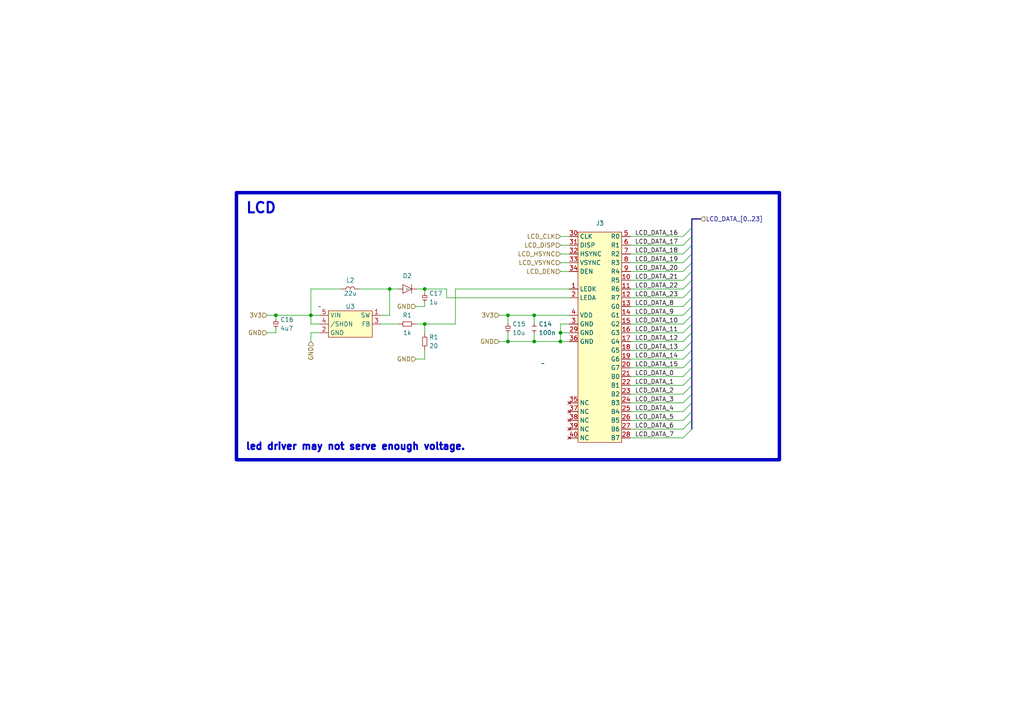
<source format=kicad_sch>
(kicad_sch (version 20230121) (generator eeschema)
  (paper "A4")
  (lib_symbols
    (symbol "a5d27_handheld_console:CAT4139"
      (property "Reference" "U" (at 0 5.08 0))
      (symbol "CAT4139_1_1"
        (rectangle (start -6.35 3.81) (end 6.35 -3.81) (fill (type background)))
        (pin power_out line (at 8.89 2.54 180) (length 2.54) (name "SW") (number "1"))
        (pin power_in line (at -8.89 -2.54 0) (length 2.54) (name "GND") (number "2"))
        (pin input line (at 8.89 0 180) (length 2.54) (name "FB") (number "3"))
        (pin input line (at -8.89 0 0) (length 2.54) (name "/SHDN") (number "4"))
        (pin power_in line (at -8.89 2.54 0) (length 2.54) (name "VIN") (number "5"))
      )
    )
    (symbol "a5d27_handheld_console:CMS06" (pin_numbers hide) (pin_names hide)
      (property "Reference" "D" (at 0 2.54 0))
      (symbol "CMS06_0_1"
        (polyline (pts (xy 1.27 1.27) (xy 1.27 -1.27)))
        (polyline (pts (xy -1.27 1.27) (xy -1.27 -1.27) (xy 1.27 0) (xy -1.27 1.27)))
      )
      (symbol "CMS06_1_1"
        (pin passive line (at -2.54 0 0) (length 1.27) (name "") (number "1"))
        (pin passive line (at 2.54 0 180) (length 1.27) (name "") (number "2"))
      )
    )
    (symbol "a5d27_handheld_console:C_Ceramic_2012" (pin_numbers hide) (pin_names (offset 0) hide)
      (property "Reference" "C" (at 0 1.27 0))
      (symbol "C_Ceramic_2012_0_1"
        (polyline (pts (xy -0.635 0.635) (xy -0.635 -0.635)))
        (polyline (pts (xy 0.635 0.635) (xy 0.635 -0.635)))
      )
      (symbol "C_Ceramic_2012_1_1"
        (pin passive line (at -1.27 0 0) (length 0.635) (name "") (number "1"))
        (pin passive line (at 1.27 0 180) (length 0.635) (name "") (number "2"))
      )
    )
    (symbol "a5d27_handheld_console:C_Tantalum_3216" (pin_numbers hide) (pin_names (offset 0) hide)
      (property "Reference" "C" (at 0 1.905 0))
      (symbol "C_Tantalum_3216_0_1"
        (polyline (pts (xy 0.635 0.635) (xy 0.635 -0.635)))
        (polyline (pts (xy -0.635 0.635) (xy -0.635 -0.635) (xy 0 -0.635) (xy 0 0.635) (xy -0.635 0.635)))
      )
      (symbol "C_Tantalum_3216_1_1"
        (pin passive line (at -1.27 0 0) (length 0.635) (name "") (number "1"))
        (pin passive line (at 1.27 0 180) (length 0.635) (name "") (number "2"))
      )
    )
    (symbol "a5d27_handheld_console:ER-TFT043A2-3"
      (property "Reference" "J" (at 0 31.75 0))
      (symbol "ER-TFT043A2-3_1_1"
        (rectangle (start -6.35 30.48) (end 6.35 -30.48) (fill (type background)))
        (pin power_in line (at -8.89 13.97 0) (length 2.54) (name "LEDK") (number "1"))
        (pin bidirectional line (at 8.89 16.51 180) (length 2.54) (name "R5") (number "10"))
        (pin bidirectional line (at 8.89 13.97 180) (length 2.54) (name "R6") (number "11"))
        (pin bidirectional line (at 8.89 11.43 180) (length 2.54) (name "R7") (number "12"))
        (pin bidirectional line (at 8.89 8.89 180) (length 2.54) (name "G0") (number "13"))
        (pin bidirectional line (at 8.89 6.35 180) (length 2.54) (name "G1") (number "14"))
        (pin bidirectional line (at 8.89 3.81 180) (length 2.54) (name "G2") (number "15"))
        (pin bidirectional line (at 8.89 1.27 180) (length 2.54) (name "G3") (number "16"))
        (pin bidirectional line (at 8.89 -1.27 180) (length 2.54) (name "G4") (number "17"))
        (pin bidirectional line (at 8.89 -3.81 180) (length 2.54) (name "G5") (number "18"))
        (pin bidirectional line (at 8.89 -6.35 180) (length 2.54) (name "G6") (number "19"))
        (pin power_in line (at -8.89 11.43 0) (length 2.54) (name "LEDA") (number "2"))
        (pin bidirectional line (at 8.89 -8.89 180) (length 2.54) (name "G7") (number "20"))
        (pin bidirectional line (at 8.89 -11.43 180) (length 2.54) (name "B0") (number "21"))
        (pin bidirectional line (at 8.89 -13.97 180) (length 2.54) (name "B1") (number "22"))
        (pin bidirectional line (at 8.89 -16.51 180) (length 2.54) (name "B2") (number "23"))
        (pin bidirectional line (at 8.89 -19.05 180) (length 2.54) (name "B3") (number "24"))
        (pin bidirectional line (at 8.89 -21.59 180) (length 2.54) (name "B4") (number "25"))
        (pin bidirectional line (at 8.89 -24.13 180) (length 2.54) (name "B5") (number "26"))
        (pin bidirectional line (at 8.89 -26.67 180) (length 2.54) (name "B6") (number "27"))
        (pin bidirectional line (at 8.89 -29.21 180) (length 2.54) (name "B7") (number "28"))
        (pin power_in line (at -8.89 1.27 0) (length 2.54) (name "GND") (number "29"))
        (pin power_in line (at -8.89 3.81 0) (length 2.54) (name "GND") (number "3"))
        (pin bidirectional line (at -8.89 29.21 0) (length 2.54) (name "CLK") (number "30"))
        (pin bidirectional line (at -8.89 26.67 0) (length 2.54) (name "DISP") (number "31"))
        (pin bidirectional line (at -8.89 24.13 0) (length 2.54) (name "HSYNC") (number "32"))
        (pin bidirectional line (at -8.89 21.59 0) (length 2.54) (name "VSYNC") (number "33"))
        (pin bidirectional line (at -8.89 19.05 0) (length 2.54) (name "DEN") (number "34"))
        (pin no_connect line (at -8.89 -19.05 0) (length 2.54) (name "NC") (number "35"))
        (pin power_in line (at -8.89 -1.27 0) (length 2.54) (name "GND") (number "36"))
        (pin no_connect line (at -8.89 -21.59 0) (length 2.54) (name "NC") (number "37"))
        (pin no_connect line (at -8.89 -24.13 0) (length 2.54) (name "NC") (number "38"))
        (pin no_connect line (at -8.89 -26.67 0) (length 2.54) (name "NC") (number "39"))
        (pin power_in line (at -8.89 6.35 0) (length 2.54) (name "VDD") (number "4"))
        (pin no_connect line (at -8.89 -29.21 0) (length 2.54) (name "NC") (number "40"))
        (pin bidirectional line (at 8.89 29.21 180) (length 2.54) (name "R0") (number "5"))
        (pin bidirectional line (at 8.89 26.67 180) (length 2.54) (name "R1") (number "6"))
        (pin bidirectional line (at 8.89 24.13 180) (length 2.54) (name "R2") (number "7"))
        (pin bidirectional line (at 8.89 21.59 180) (length 2.54) (name "R3") (number "8"))
        (pin bidirectional line (at 8.89 19.05 180) (length 2.54) (name "R4") (number "9"))
      )
    )
    (symbol "a5d27_handheld_console:NLCV25T-220K-PF" (pin_numbers hide) (pin_names hide)
      (property "Reference" "L" (at 0 2.54 0))
      (property "Value" "22u" (at 0 -2.54 0))
      (symbol "NLCV25T-220K-PF_0_1"
        (arc (start -0.635 0.635) (mid -1.084 0.449) (end -1.27 0))
        (arc (start 0 0) (mid -0.186 0.449) (end -0.635 0.635))
        (arc (start 0.635 0.635) (mid 0.186 0.449) (end 0 0))
        (arc (start 1.27 0) (mid 1.084 0.449) (end 0.635 0.635))
      )
      (symbol "NLCV25T-220K-PF_1_1"
        (pin passive line (at -2.54 0 0) (length 1.27) (name "") (number "1"))
        (pin passive line (at 2.54 0 180) (length 1.27) (name "") (number "2"))
      )
    )
    (symbol "a5d27_handheld_console:R_2012" (pin_numbers hide) (pin_names hide)
      (property "Reference" "R" (at 0 0.635 0))
      (symbol "R_2012_0_1"
        (polyline (pts (xy -1.27 -0.635) (xy -1.27 -1.905) (xy 1.27 -1.905) (xy 1.27 -0.635) (xy -1.27 -0.635)))
      )
      (symbol "R_2012_1_1"
        (pin passive line (at -2.54 -1.27 0) (length 1.27) (name "") (number "1"))
        (pin passive line (at 2.54 -1.27 180) (length 1.27) (name "") (number "2"))
      )
    )
  )
  (junction (at 123.19 93.98))
  (junction (at 147.32 99.06))
  (junction (at 80.01 91.44))
  (junction (at 123.19 83.82))
  (junction (at 113.03 83.82))
  (junction (at 154.94 91.44))
  (junction (at 90.17 91.44))
  (junction (at 147.32 91.44))
  (junction (at 162.56 99.06))
  (junction (at 154.94 99.06))
  (junction (at 162.56 96.52))
  (bus_entry (at 198.12 119.38) (size 2.54 -2.54))
  (bus_entry (at 198.12 88.9) (size 2.54 -2.54))
  (bus_entry (at 198.12 86.36) (size 2.54 -2.54))
  (bus_entry (at 198.12 111.76) (size 2.54 -2.54))
  (bus_entry (at 198.12 68.58) (size 2.54 -2.54))
  (bus_entry (at 198.12 71.12) (size 2.54 -2.54))
  (bus_entry (at 198.12 76.2) (size 2.54 -2.54))
  (bus_entry (at 198.12 114.3) (size 2.54 -2.54))
  (bus_entry (at 198.12 104.14) (size 2.54 -2.54))
  (bus_entry (at 198.12 78.74) (size 2.54 -2.54))
  (bus_entry (at 198.12 116.84) (size 2.54 -2.54))
  (bus_entry (at 198.12 106.68) (size 2.54 -2.54))
  (bus_entry (at 198.12 73.66) (size 2.54 -2.54))
  (bus_entry (at 198.12 93.98) (size 2.54 -2.54))
  (bus_entry (at 198.12 96.52) (size 2.54 -2.54))
  (bus_entry (at 198.12 83.82) (size 2.54 -2.54))
  (bus_entry (at 198.12 91.44) (size 2.54 -2.54))
  (bus_entry (at 198.12 81.28) (size 2.54 -2.54))
  (bus_entry (at 198.12 127) (size 2.54 -2.54))
  (bus_entry (at 198.12 109.22) (size 2.54 -2.54))
  (bus_entry (at 198.12 124.46) (size 2.54 -2.54))
  (bus_entry (at 198.12 101.6) (size 2.54 -2.54))
  (bus_entry (at 198.12 99.06) (size 2.54 -2.54))
  (bus_entry (at 198.12 121.92) (size 2.54 -2.54))
  (wire (pts (xy 80.01 91.44) (xy 90.17 91.44)))
  (wire (pts (xy 104.14 83.82) (xy 113.03 83.82)))
  (wire (pts (xy 90.17 96.52) (xy 92.71 96.52)))
  (wire (pts (xy 120.65 83.82) (xy 123.19 83.82)))
  (bus (pts (xy 200.66 81.28) (xy 200.66 83.82)))
  (wire (pts (xy 90.17 99.06) (xy 90.17 96.52)))
  (wire (pts (xy 90.17 93.98) (xy 92.71 93.98)))
  (wire (pts (xy 182.88 93.98) (xy 198.12 93.98)))
  (wire (pts (xy 77.47 96.52) (xy 80.01 96.52)))
  (wire (pts (xy 90.17 91.44) (xy 90.17 93.98)))
  (wire (pts (xy 110.49 93.98) (xy 115.57 93.98)))
  (wire (pts (xy 123.19 83.82) (xy 129.54 83.82)))
  (wire (pts (xy 182.88 88.9) (xy 198.12 88.9)))
  (wire (pts (xy 165.1 93.98) (xy 162.56 93.98)))
  (wire (pts (xy 129.54 83.82) (xy 129.54 86.36)))
  (wire (pts (xy 162.56 93.98) (xy 162.56 96.52)))
  (wire (pts (xy 182.88 86.36) (xy 198.12 86.36)))
  (wire (pts (xy 120.65 104.14) (xy 123.19 104.14)))
  (bus (pts (xy 200.66 121.92) (xy 200.66 124.46)))
  (wire (pts (xy 182.88 124.46) (xy 198.12 124.46)))
  (wire (pts (xy 162.56 96.52) (xy 162.56 99.06)))
  (wire (pts (xy 123.19 88.9) (xy 123.19 87.63)))
  (wire (pts (xy 182.88 91.44) (xy 198.12 91.44)))
  (bus (pts (xy 200.66 96.52) (xy 200.66 99.06)))
  (wire (pts (xy 162.56 96.52) (xy 165.1 96.52)))
  (bus (pts (xy 200.66 73.66) (xy 200.66 76.2)))
  (wire (pts (xy 110.49 91.44) (xy 113.03 91.44)))
  (wire (pts (xy 162.56 73.66) (xy 165.1 73.66)))
  (bus (pts (xy 200.66 68.58) (xy 200.66 71.12)))
  (wire (pts (xy 154.94 96.52) (xy 154.94 99.06)))
  (wire (pts (xy 113.03 83.82) (xy 115.57 83.82)))
  (wire (pts (xy 147.32 96.52) (xy 147.32 99.06)))
  (wire (pts (xy 182.88 68.58) (xy 198.12 68.58)))
  (wire (pts (xy 120.65 88.9) (xy 123.19 88.9)))
  (wire (pts (xy 182.88 104.14) (xy 198.12 104.14)))
  (bus (pts (xy 200.66 78.74) (xy 200.66 81.28)))
  (wire (pts (xy 182.88 114.3) (xy 198.12 114.3)))
  (wire (pts (xy 147.32 91.44) (xy 154.94 91.44)))
  (bus (pts (xy 200.66 104.14) (xy 200.66 106.68)))
  (wire (pts (xy 154.94 91.44) (xy 154.94 93.98)))
  (wire (pts (xy 182.88 119.38) (xy 198.12 119.38)))
  (wire (pts (xy 182.88 83.82) (xy 198.12 83.82)))
  (wire (pts (xy 182.88 81.28) (xy 198.12 81.28)))
  (wire (pts (xy 147.32 99.06) (xy 154.94 99.06)))
  (wire (pts (xy 144.78 91.44) (xy 147.32 91.44)))
  (wire (pts (xy 129.54 86.36) (xy 165.1 86.36)))
  (wire (pts (xy 120.65 93.98) (xy 123.19 93.98)))
  (bus (pts (xy 200.66 66.04) (xy 200.66 68.58)))
  (wire (pts (xy 123.19 93.98) (xy 132.08 93.98)))
  (wire (pts (xy 162.56 71.12) (xy 165.1 71.12)))
  (wire (pts (xy 123.19 104.14) (xy 123.19 101.6)))
  (wire (pts (xy 182.88 96.52) (xy 198.12 96.52)))
  (wire (pts (xy 123.19 93.98) (xy 123.19 96.52)))
  (wire (pts (xy 182.88 116.84) (xy 198.12 116.84)))
  (wire (pts (xy 182.88 109.22) (xy 198.12 109.22)))
  (bus (pts (xy 200.66 99.06) (xy 200.66 101.6)))
  (wire (pts (xy 77.47 91.44) (xy 80.01 91.44)))
  (bus (pts (xy 200.66 101.6) (xy 200.66 104.14)))
  (bus (pts (xy 200.66 66.04) (xy 200.66 63.5)))
  (wire (pts (xy 162.56 99.06) (xy 165.1 99.06)))
  (wire (pts (xy 182.88 76.2) (xy 198.12 76.2)))
  (wire (pts (xy 162.56 76.2) (xy 165.1 76.2)))
  (bus (pts (xy 200.66 91.44) (xy 200.66 93.98)))
  (bus (pts (xy 200.66 76.2) (xy 200.66 78.74)))
  (bus (pts (xy 200.66 116.84) (xy 200.66 119.38)))
  (bus (pts (xy 200.66 114.3) (xy 200.66 116.84)))
  (wire (pts (xy 154.94 99.06) (xy 162.56 99.06)))
  (wire (pts (xy 182.88 106.68) (xy 198.12 106.68)))
  (wire (pts (xy 90.17 83.82) (xy 99.06 83.82)))
  (wire (pts (xy 182.88 121.92) (xy 198.12 121.92)))
  (wire (pts (xy 132.08 83.82) (xy 165.1 83.82)))
  (wire (pts (xy 182.88 71.12) (xy 198.12 71.12)))
  (bus (pts (xy 200.66 83.82) (xy 200.66 86.36)))
  (wire (pts (xy 147.32 91.44) (xy 147.32 93.98)))
  (wire (pts (xy 90.17 91.44) (xy 90.17 83.82)))
  (wire (pts (xy 80.01 96.52) (xy 80.01 95.25)))
  (wire (pts (xy 162.56 78.74) (xy 165.1 78.74)))
  (bus (pts (xy 200.66 106.68) (xy 200.66 109.22)))
  (wire (pts (xy 182.88 78.74) (xy 198.12 78.74)))
  (wire (pts (xy 144.78 99.06) (xy 147.32 99.06)))
  (bus (pts (xy 200.66 93.98) (xy 200.66 96.52)))
  (wire (pts (xy 123.19 83.82) (xy 123.19 85.09)))
  (bus (pts (xy 200.66 109.22) (xy 200.66 111.76)))
  (wire (pts (xy 182.88 99.06) (xy 198.12 99.06)))
  (wire (pts (xy 182.88 73.66) (xy 198.12 73.66)))
  (wire (pts (xy 113.03 91.44) (xy 113.03 83.82)))
  (wire (pts (xy 182.88 101.6) (xy 198.12 101.6)))
  (wire (pts (xy 182.88 111.76) (xy 198.12 111.76)))
  (wire (pts (xy 80.01 91.44) (xy 80.01 92.71)))
  (bus (pts (xy 200.66 119.38) (xy 200.66 121.92)))
  (bus (pts (xy 200.66 86.36) (xy 200.66 88.9)))
  (wire (pts (xy 182.88 127) (xy 198.12 127)))
  (bus (pts (xy 200.66 71.12) (xy 200.66 73.66)))
  (bus (pts (xy 200.66 88.9) (xy 200.66 91.44)))
  (wire (pts (xy 154.94 91.44) (xy 165.1 91.44)))
  (bus (pts (xy 200.66 63.5) (xy 203.2 63.5)))
  (wire (pts (xy 132.08 93.98) (xy 132.08 83.82)))
  (wire (pts (xy 90.17 91.44) (xy 92.71 91.44)))
  (wire (pts (xy 162.56 68.58) (xy 165.1 68.58)))
  (bus (pts (xy 200.66 111.76) (xy 200.66 114.3)))
  (rectangle (start 68.58 55.88) (end 226.06 133.35) (stroke (width 1)))
  (text "led driver may not serve enough voltage." (at 71.12 130.81 0) (effects (font (size 2 2) (thickness 0.6) bold) (justify left bottom)))
  (text "LCD\n" (at 71.12 62.23 0) (effects (font (size 3 3) (thickness 0.6) bold) (justify left bottom)))
  (label "LCD_DATA_15" (at 184.15 106.68 0))
  (label "LCD_DATA_19" (at 184.15 76.2 0))
  (label "LCD_DATA_18" (at 184.15 73.66 0))
  (label "LCD_DATA_17" (at 184.15 71.12 0))
  (label "LCD_DATA_20" (at 184.15 78.74 0))
  (label "LCD_DATA_5" (at 184.15 121.92 0))
  (label "LCD_DATA_23" (at 184.15 86.36 0))
  (label "LCD_DATA_21" (at 184.15 81.28 0))
  (label "LCD_DATA_4" (at 184.15 119.38 0))
  (label "LCD_DATA_13" (at 184.15 101.6 0))
  (label "LCD_DATA_7" (at 184.15 127 0))
  (label "LCD_DATA_1" (at 184.15 111.76 0))
  (label "LCD_DATA_22" (at 184.15 83.82 0))
  (label "LCD_DATA_11" (at 184.15 96.52 0))
  (label "LCD_DATA_6" (at 184.15 124.46 0))
  (label "LCD_DATA_12" (at 184.15 99.06 0))
  (label "LCD_DATA_2" (at 184.15 114.3 0))
  (label "LCD_DATA_9" (at 184.15 91.44 0))
  (label "LCD_DATA_8" (at 184.15 88.9 0))
  (label "LCD_DATA_10" (at 184.15 93.98 0))
  (label "LCD_DATA_16" (at 184.15 68.58 0))
  (label "LCD_DATA_14" (at 184.15 104.14 0))
  (label "LCD_DATA_3" (at 184.15 116.84 0))
  (label "LCD_DATA_0" (at 184.15 109.22 0))
  (hierarchical_label "GND" (shape input) (at 120.65 104.14 180))
  (hierarchical_label "LCD_VSYNC" (shape input) (at 162.56 76.2 180))
  (hierarchical_label "GND" (shape input) (at 120.65 88.9 180))
  (hierarchical_label "3V3" (shape input) (at 77.47 91.44 180))
  (hierarchical_label "LCD_DEN" (shape input) (at 162.56 78.74 180))
  (hierarchical_label "GND" (shape input) (at 144.78 99.06 180))
  (hierarchical_label "LCD_CLK" (shape input) (at 162.56 68.58 180))
  (hierarchical_label "GND" (shape input) (at 90.17 99.06 270))
  (hierarchical_label "GND" (shape input) (at 77.47 96.52 180))
  (hierarchical_label "LCD_DATA_[0..23]" (shape input) (at 203.2 63.5 0))
  (hierarchical_label "3V3" (shape input) (at 144.78 91.44 180))
  (hierarchical_label "LCD_DISP" (shape input) (at 162.56 71.12 180))
  (hierarchical_label "LCD_HSYNC" (shape input) (at 162.56 73.66 180))
  (symbol (lib_id "a5d27_handheld_console:R_2012") (at 118.11 95.25 180) (unit 1)
    (property "Reference" "R1" (at 118.11 91.44 0))
    (property "Value" "1k" (at 118.11 96.52 0))
    (property "Footprint" "a5d27_handheld_console:R_2012" (effects hide))
    (instances (project "a5d27_handheld_console_pcb" (path "" (reference "R1") (unit 1)) (path "" (reference "R5") (unit 1))))
  )
  (symbol (lib_id "a5d27_handheld_console:CMS06") (at 118.11 83.82 0) (unit 1)
    (property "Reference" "D2" (at 118.11 80.01 0))
    (property "Value" "~" (at 118.11 83.82 0))
    (property "Footprint" "a5d27_handheld_console:CMS06" (effects hide))
  )
  (symbol (lib_id "a5d27_handheld_console:C_Tantalum_3216") (at 147.32 95.25 270) (unit 1)
    (property "Reference" "C15" (at 148.59 93.98 90) (effects (justify left)))
    (property "Value" "10u" (at 148.59 96.52 90) (effects (justify left)))
    (property "Footprint" "a5d27_handheld_console:C_Tantalum_3216" (effects hide))
  )
  (symbol (lib_id "a5d27_handheld_console:NLCV25T-220K-PF") (at 101.6 83.82 0) (unit 1)
    (property "Reference" "L2" (at 101.6 81.28 0))
    (property "Value" "22u" (at 101.6 85.09 0))
    (property "Footprint" "a5d27_handheld_console:NLCV25T-220K-PF" (effects hide))
  )
  (symbol (lib_id "a5d27_handheld_console:C_Tantalum_3216") (at 80.01 93.98 270) (unit 1)
    (property "Reference" "C16" (at 81.28 92.71 90) (effects (justify left)))
    (property "Value" "4u7" (at 81.28 95.25 90) (effects (justify left)))
    (property "Footprint" "a5d27_handheld_console:C_Tantalum_3216" (effects hide))
  )
  (symbol (lib_id "a5d27_handheld_console:C_Ceramic_2012") (at 154.94 95.25 90) (unit 1)
    (property "Reference" "C14" (at 156.21 93.98 90) (effects (justify right)))
    (property "Value" "100n" (at 156.21 96.52 90) (effects (justify right)))
    (property "Footprint" "a5d27_handheld_console:C_Ceramic_2012" (effects hide))
  )
  (symbol (lib_id "a5d27_handheld_console:CAT4139") (at 101.6 93.98 0) (unit 1)
    (property "Reference" "U3" (at 101.6 88.9 0))
    (property "Value" "~" (at 92.71 88.9 0))
    (property "Footprint" "a5d27_handheld_console:CAT4139" (effects hide))
  )
  (symbol (lib_id "a5d27_handheld_console:C_Tantalum_3216") (at 123.19 86.36 270) (unit 1)
    (property "Reference" "C17" (at 124.46 85.09 90) (effects (justify left)))
    (property "Value" "1u" (at 124.46 87.63 90) (effects (justify left)))
    (property "Footprint" "a5d27_handheld_console:C_Tantalum_3216" (effects hide))
  )
  (symbol (lib_id "a5d27_handheld_console:R_2012") (at 124.46 99.06 270) (unit 1)
    (property "Reference" "R1" (at 124.46 97.79 90) (effects (justify left)))
    (property "Value" "20" (at 124.46 100.33 90) (effects (justify left)))
    (property "Footprint" "a5d27_handheld_console:R_2012" (effects hide))
    (instances (project "a5d27_handheld_console_pcb" (path "" (reference "R1") (unit 1)) (path "" (reference "R6") (unit 1))))
  )
  (symbol (lib_id "a5d27_handheld_console:ER-TFT043A2-3") (at 173.99 97.79 0) (unit 1)
    (property "Reference" "J3" (at 173.99 64.77 0))
    (property "Value" "~" (at 157.48 105.41 0))
    (property "Footprint" "a5d27_handheld_console:ER-TFT043A2-3" (effects hide))
  )
)
</source>
